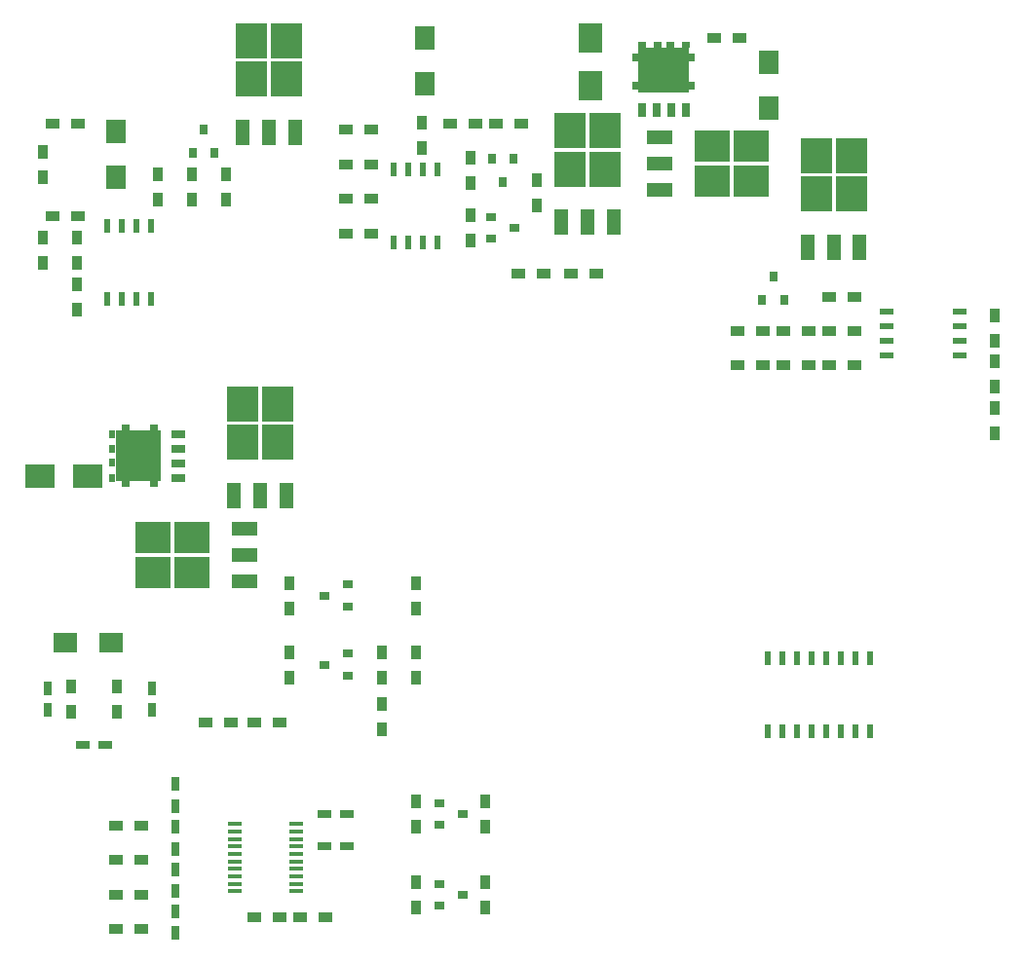
<source format=gbr>
G04 #@! TF.FileFunction,Paste,Top*
%FSLAX46Y46*%
G04 Gerber Fmt 4.6, Leading zero omitted, Abs format (unit mm)*
G04 Created by KiCad (PCBNEW 4.0.4-stable) date 05/24/17 08:22:09*
%MOMM*%
%LPD*%
G01*
G04 APERTURE LIST*
%ADD10C,0.100000*%
%ADD11R,0.750000X1.200000*%
%ADD12R,1.200000X0.750000*%
%ADD13R,2.650000X2.030000*%
%ADD14R,2.030000X2.650000*%
%ADD15R,0.800000X0.900000*%
%ADD16R,1.200000X2.200000*%
%ADD17R,2.750000X3.050000*%
%ADD18R,0.900000X0.800000*%
%ADD19R,2.200000X1.200000*%
%ADD20R,3.050000X2.750000*%
%ADD21R,0.900000X1.200000*%
%ADD22R,1.200000X0.900000*%
%ADD23R,2.000000X1.700000*%
%ADD24R,1.700000X2.000000*%
%ADD25R,0.508000X1.143000*%
%ADD26R,1.270000X0.406400*%
%ADD27R,1.143000X0.508000*%
%ADD28R,0.800000X0.475000*%
%ADD29R,0.550000X0.650000*%
%ADD30R,0.550000X0.750000*%
%ADD31R,3.900000X2.225000*%
%ADD32R,1.250000X0.650000*%
%ADD33R,0.475000X0.800000*%
%ADD34R,0.650000X0.550000*%
%ADD35R,0.750000X0.550000*%
%ADD36R,2.225000X3.900000*%
%ADD37R,0.650000X1.250000*%
G04 APERTURE END LIST*
D10*
D11*
X114050000Y-107400000D03*
X114050000Y-109300000D03*
X114050000Y-111100000D03*
X114050000Y-113000000D03*
X114050000Y-114800000D03*
X114050000Y-116700000D03*
X114050000Y-118450000D03*
X114050000Y-120350000D03*
X103000000Y-100950000D03*
X103000000Y-99050000D03*
D12*
X127050000Y-112750000D03*
X128950000Y-112750000D03*
X127050000Y-110000000D03*
X128950000Y-110000000D03*
X107950000Y-104000000D03*
X106050000Y-104000000D03*
D11*
X112000000Y-100950000D03*
X112000000Y-99050000D03*
D13*
X102260000Y-80650000D03*
X106440000Y-80650000D03*
D14*
X150150000Y-42510000D03*
X150150000Y-46690000D03*
D15*
X115550000Y-52500000D03*
X117450000Y-52500000D03*
X116500000Y-50500000D03*
D16*
X119870000Y-50700000D03*
X122150000Y-50700000D03*
X124430000Y-50700000D03*
D17*
X123675000Y-42725000D03*
X120625000Y-46075000D03*
X120625000Y-42725000D03*
X123675000Y-46075000D03*
D16*
X147620000Y-58550000D03*
X149900000Y-58550000D03*
X152180000Y-58550000D03*
D17*
X151425000Y-50575000D03*
X148375000Y-53925000D03*
X148375000Y-50575000D03*
X151425000Y-53925000D03*
D15*
X143450000Y-53000000D03*
X141550000Y-53000000D03*
X142500000Y-55000000D03*
D18*
X129000000Y-91950000D03*
X129000000Y-90050000D03*
X127000000Y-91000000D03*
X141500000Y-58050000D03*
X141500000Y-59950000D03*
X143500000Y-59000000D03*
D19*
X156100000Y-51120000D03*
X156100000Y-53400000D03*
X156100000Y-55680000D03*
D20*
X164075000Y-54925000D03*
X160725000Y-51875000D03*
X164075000Y-51875000D03*
X160725000Y-54925000D03*
D15*
X165050000Y-65250000D03*
X166950000Y-65250000D03*
X166000000Y-63250000D03*
D16*
X168970000Y-60700000D03*
X171250000Y-60700000D03*
X173530000Y-60700000D03*
D17*
X172775000Y-52725000D03*
X169725000Y-56075000D03*
X169725000Y-52725000D03*
X172775000Y-56075000D03*
D21*
X112500000Y-54400000D03*
X112500000Y-56600000D03*
D22*
X116650000Y-102000000D03*
X118850000Y-102000000D03*
X111100000Y-111000000D03*
X108900000Y-111000000D03*
X111100000Y-114000000D03*
X108900000Y-114000000D03*
X111100000Y-117000000D03*
X108900000Y-117000000D03*
X111100000Y-120000000D03*
X108900000Y-120000000D03*
X144100000Y-50000000D03*
X141900000Y-50000000D03*
X140100000Y-50000000D03*
X137900000Y-50000000D03*
D21*
X115500000Y-56600000D03*
X115500000Y-54400000D03*
D22*
X123100000Y-102000000D03*
X120900000Y-102000000D03*
X123100000Y-119000000D03*
X120900000Y-119000000D03*
D21*
X118500000Y-54400000D03*
X118500000Y-56600000D03*
D22*
X124900000Y-119000000D03*
X127100000Y-119000000D03*
D21*
X105000000Y-98900000D03*
X105000000Y-101100000D03*
X135500000Y-49900000D03*
X135500000Y-52100000D03*
D23*
X108500000Y-95050000D03*
X104500000Y-95050000D03*
D24*
X135700000Y-46500000D03*
X135700000Y-42500000D03*
D21*
X109000000Y-98900000D03*
X109000000Y-101100000D03*
X139750000Y-55100000D03*
X139750000Y-52900000D03*
D22*
X128900000Y-56500000D03*
X131100000Y-56500000D03*
X128900000Y-50500000D03*
X131100000Y-50500000D03*
D21*
X132000000Y-100400000D03*
X132000000Y-102600000D03*
D22*
X131100000Y-59500000D03*
X128900000Y-59500000D03*
X128900000Y-53500000D03*
X131100000Y-53500000D03*
D21*
X145500000Y-54900000D03*
X145500000Y-57100000D03*
X105500000Y-66100000D03*
X105500000Y-63900000D03*
X102500000Y-62100000D03*
X102500000Y-59900000D03*
X132000000Y-95900000D03*
X132000000Y-98100000D03*
D22*
X103400000Y-58000000D03*
X105600000Y-58000000D03*
X143900000Y-63000000D03*
X146100000Y-63000000D03*
D21*
X105500000Y-62100000D03*
X105500000Y-59900000D03*
D24*
X108850000Y-54600000D03*
X108850000Y-50600000D03*
D21*
X135000000Y-95900000D03*
X135000000Y-98100000D03*
D22*
X105600000Y-50000000D03*
X103400000Y-50000000D03*
D21*
X139750000Y-60100000D03*
X139750000Y-57900000D03*
X102500000Y-52400000D03*
X102500000Y-54600000D03*
D22*
X148400000Y-63000000D03*
X150600000Y-63000000D03*
X162900000Y-71000000D03*
X165100000Y-71000000D03*
X165100000Y-68000000D03*
X162900000Y-68000000D03*
X170900000Y-65000000D03*
X173100000Y-65000000D03*
X173100000Y-68000000D03*
X170900000Y-68000000D03*
X169100000Y-68000000D03*
X166900000Y-68000000D03*
X163100000Y-42500000D03*
X160900000Y-42500000D03*
D24*
X165650000Y-48600000D03*
X165650000Y-44600000D03*
D21*
X185250000Y-72850000D03*
X185250000Y-70650000D03*
X185250000Y-76850000D03*
X185250000Y-74650000D03*
X185250000Y-66650000D03*
X185250000Y-68850000D03*
D22*
X166900000Y-71000000D03*
X169100000Y-71000000D03*
X170900000Y-71000000D03*
X173100000Y-71000000D03*
D25*
X136855000Y-60275000D03*
X135585000Y-60275000D03*
X134315000Y-60275000D03*
X133045000Y-60275000D03*
X133045000Y-53925000D03*
X134315000Y-53925000D03*
X135585000Y-53925000D03*
X136855000Y-53925000D03*
D26*
X124517000Y-116721000D03*
X124517000Y-116086000D03*
X124517000Y-115425600D03*
X124517000Y-114765200D03*
X124517000Y-114130200D03*
X124517000Y-113469800D03*
X124517000Y-112809400D03*
X124517000Y-112174400D03*
X124517000Y-111514000D03*
X124517000Y-110879000D03*
X119183000Y-110879000D03*
X119183000Y-111514000D03*
X119183000Y-112174400D03*
X119183000Y-112809400D03*
X119183000Y-113469800D03*
X119183000Y-114130200D03*
X119183000Y-114765200D03*
X119183000Y-115425600D03*
X119183000Y-116086000D03*
X119183000Y-116721000D03*
D25*
X165555000Y-96425000D03*
X168095000Y-96425000D03*
X169365000Y-96425000D03*
X170635000Y-96425000D03*
X171905000Y-96425000D03*
X173175000Y-96425000D03*
X174445000Y-96425000D03*
X174445000Y-102775000D03*
X173175000Y-102775000D03*
X171905000Y-102775000D03*
X170635000Y-102775000D03*
X169365000Y-102775000D03*
X168095000Y-102775000D03*
X166825000Y-102775000D03*
X165555000Y-102775000D03*
X166825000Y-96425000D03*
D27*
X175825000Y-70155000D03*
X175825000Y-68885000D03*
X175825000Y-67615000D03*
X175825000Y-66345000D03*
X182175000Y-66345000D03*
X182175000Y-67615000D03*
X182175000Y-68885000D03*
X182175000Y-70155000D03*
D25*
X108095000Y-58825000D03*
X109365000Y-58825000D03*
X110635000Y-58825000D03*
X111905000Y-58825000D03*
X111905000Y-65175000D03*
X110635000Y-65175000D03*
X109365000Y-65175000D03*
X108095000Y-65175000D03*
D18*
X129000000Y-97950000D03*
X129000000Y-96050000D03*
X127000000Y-97000000D03*
D19*
X120100000Y-89730000D03*
X120100000Y-87450000D03*
X120100000Y-85170000D03*
D20*
X112125000Y-85925000D03*
X115475000Y-88975000D03*
X112125000Y-88975000D03*
X115475000Y-85925000D03*
D16*
X119170000Y-82300000D03*
X121450000Y-82300000D03*
X123730000Y-82300000D03*
D17*
X122975000Y-74325000D03*
X119925000Y-77675000D03*
X119925000Y-74325000D03*
X122975000Y-77675000D03*
D21*
X124000000Y-95900000D03*
X124000000Y-98100000D03*
X135000000Y-89900000D03*
X135000000Y-92100000D03*
X124000000Y-92100000D03*
X124000000Y-89900000D03*
D18*
X137000000Y-116050000D03*
X137000000Y-117950000D03*
X139000000Y-117000000D03*
X137000000Y-109050000D03*
X137000000Y-110950000D03*
X139000000Y-110000000D03*
D21*
X135000000Y-115900000D03*
X135000000Y-118100000D03*
X141000000Y-118100000D03*
X141000000Y-115900000D03*
X135000000Y-108900000D03*
X135000000Y-111100000D03*
X141000000Y-111100000D03*
X141000000Y-108900000D03*
D28*
X112160000Y-81312500D03*
X109710000Y-81312500D03*
X112160000Y-76387500D03*
D29*
X108580000Y-80750000D03*
D30*
X108575000Y-79425000D03*
D31*
X110800000Y-79962500D03*
D32*
X114275000Y-80755000D03*
X114275000Y-79485000D03*
X114275000Y-78215000D03*
X114275000Y-76945000D03*
D30*
X108575000Y-78275000D03*
D31*
X110800000Y-77737500D03*
D29*
X108580000Y-76950000D03*
D28*
X109710000Y-76387500D03*
D33*
X154037500Y-46660000D03*
X154037500Y-44210000D03*
X158962500Y-46660000D03*
D34*
X154600000Y-43080000D03*
D35*
X155925000Y-43075000D03*
D36*
X155387500Y-45300000D03*
D37*
X154595000Y-48775000D03*
X155865000Y-48775000D03*
X157135000Y-48775000D03*
X158405000Y-48775000D03*
D35*
X157075000Y-43075000D03*
D36*
X157612500Y-45300000D03*
D34*
X158400000Y-43080000D03*
D33*
X158962500Y-44210000D03*
M02*

</source>
